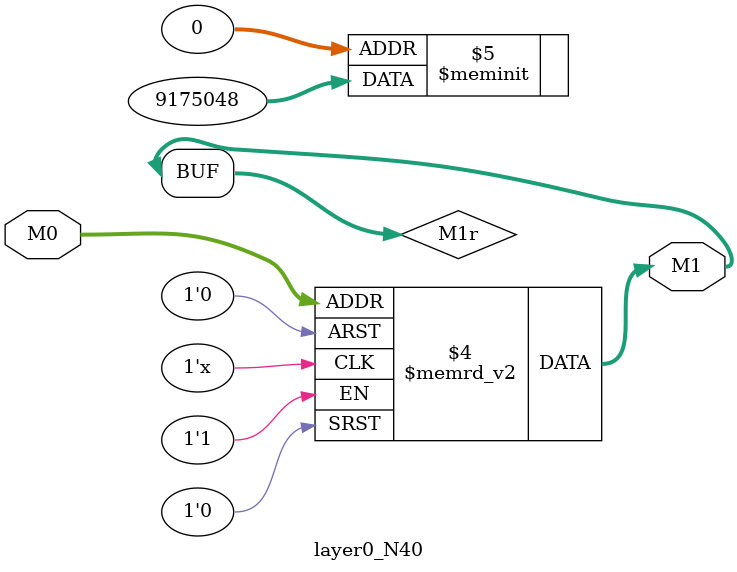
<source format=v>
module layer0_N40 ( input [3:0] M0, output [1:0] M1 );

	(*rom_style = "distributed" *) reg [1:0] M1r;
	assign M1 = M1r;
	always @ (M0) begin
		case (M0)
			4'b0000: M1r = 2'b00;
			4'b1000: M1r = 2'b00;
			4'b0100: M1r = 2'b00;
			4'b1100: M1r = 2'b00;
			4'b0010: M1r = 2'b00;
			4'b1010: M1r = 2'b00;
			4'b0110: M1r = 2'b00;
			4'b1110: M1r = 2'b00;
			4'b0001: M1r = 2'b10;
			4'b1001: M1r = 2'b11;
			4'b0101: M1r = 2'b00;
			4'b1101: M1r = 2'b00;
			4'b0011: M1r = 2'b00;
			4'b1011: M1r = 2'b10;
			4'b0111: M1r = 2'b00;
			4'b1111: M1r = 2'b00;

		endcase
	end
endmodule

</source>
